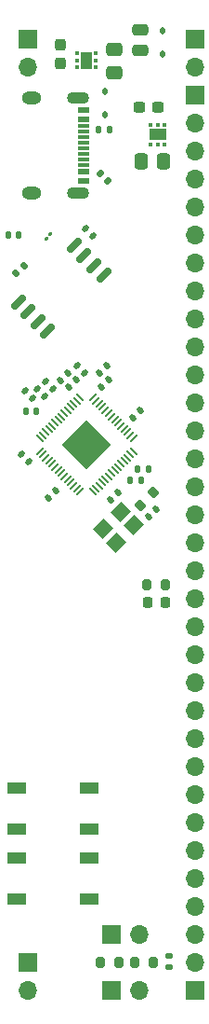
<source format=gbr>
%TF.GenerationSoftware,KiCad,Pcbnew,8.0.3*%
%TF.CreationDate,2024-07-23T11:53:19+01:00*%
%TF.ProjectId,ELI2040,454c4932-3034-4302-9e6b-696361645f70,rev?*%
%TF.SameCoordinates,Original*%
%TF.FileFunction,Soldermask,Top*%
%TF.FilePolarity,Negative*%
%FSLAX46Y46*%
G04 Gerber Fmt 4.6, Leading zero omitted, Abs format (unit mm)*
G04 Created by KiCad (PCBNEW 8.0.3) date 2024-07-23 11:53:19*
%MOMM*%
%LPD*%
G01*
G04 APERTURE LIST*
G04 Aperture macros list*
%AMRoundRect*
0 Rectangle with rounded corners*
0 $1 Rounding radius*
0 $2 $3 $4 $5 $6 $7 $8 $9 X,Y pos of 4 corners*
0 Add a 4 corners polygon primitive as box body*
4,1,4,$2,$3,$4,$5,$6,$7,$8,$9,$2,$3,0*
0 Add four circle primitives for the rounded corners*
1,1,$1+$1,$2,$3*
1,1,$1+$1,$4,$5*
1,1,$1+$1,$6,$7*
1,1,$1+$1,$8,$9*
0 Add four rect primitives between the rounded corners*
20,1,$1+$1,$2,$3,$4,$5,0*
20,1,$1+$1,$4,$5,$6,$7,0*
20,1,$1+$1,$6,$7,$8,$9,0*
20,1,$1+$1,$8,$9,$2,$3,0*%
%AMRotRect*
0 Rectangle, with rotation*
0 The origin of the aperture is its center*
0 $1 length*
0 $2 width*
0 $3 Rotation angle, in degrees counterclockwise*
0 Add horizontal line*
21,1,$1,$2,0,0,$3*%
G04 Aperture macros list end*
%ADD10RoundRect,0.140000X0.170000X-0.140000X0.170000X0.140000X-0.170000X0.140000X-0.170000X-0.140000X0*%
%ADD11R,1.700000X1.700000*%
%ADD12O,1.700000X1.700000*%
%ADD13R,1.700000X1.000000*%
%ADD14RoundRect,0.140000X-0.021213X0.219203X-0.219203X0.021213X0.021213X-0.219203X0.219203X-0.021213X0*%
%ADD15RoundRect,0.135000X-0.226274X-0.035355X-0.035355X-0.226274X0.226274X0.035355X0.035355X0.226274X0*%
%ADD16RoundRect,0.050000X-0.238649X-0.309359X0.309359X0.238649X0.238649X0.309359X-0.309359X-0.238649X0*%
%ADD17RoundRect,0.050000X0.238649X-0.309359X0.309359X-0.238649X-0.238649X0.309359X-0.309359X0.238649X0*%
%ADD18RoundRect,0.144000X0.000000X-2.059095X2.059095X0.000000X0.000000X2.059095X-2.059095X0.000000X0*%
%ADD19RoundRect,0.140000X-0.140000X-0.170000X0.140000X-0.170000X0.140000X0.170000X-0.140000X0.170000X0*%
%ADD20RoundRect,0.135000X0.035355X-0.226274X0.226274X-0.035355X-0.035355X0.226274X-0.226274X0.035355X0*%
%ADD21RoundRect,0.140000X0.219203X0.021213X0.021213X0.219203X-0.219203X-0.021213X-0.021213X-0.219203X0*%
%ADD22RoundRect,0.140000X0.140000X0.170000X-0.140000X0.170000X-0.140000X-0.170000X0.140000X-0.170000X0*%
%ADD23RoundRect,0.140000X0.021213X-0.219203X0.219203X-0.021213X-0.021213X0.219203X-0.219203X0.021213X0*%
%ADD24RoundRect,0.200000X-0.053033X0.335876X-0.335876X0.053033X0.053033X-0.335876X0.335876X-0.053033X0*%
%ADD25RoundRect,0.250000X-0.337500X-0.475000X0.337500X-0.475000X0.337500X0.475000X-0.337500X0.475000X0*%
%ADD26RoundRect,0.200000X0.200000X0.275000X-0.200000X0.275000X-0.200000X-0.275000X0.200000X-0.275000X0*%
%ADD27RoundRect,0.112500X-0.112500X0.187500X-0.112500X-0.187500X0.112500X-0.187500X0.112500X0.187500X0*%
%ADD28RoundRect,0.093750X0.106250X-0.093750X0.106250X0.093750X-0.106250X0.093750X-0.106250X-0.093750X0*%
%ADD29R,1.600000X1.000000*%
%ADD30RoundRect,0.135000X-0.135000X-0.185000X0.135000X-0.185000X0.135000X0.185000X-0.135000X0.185000X0*%
%ADD31RoundRect,0.218750X0.218750X0.256250X-0.218750X0.256250X-0.218750X-0.256250X0.218750X-0.256250X0*%
%ADD32RotRect,1.400000X1.200000X45.000000*%
%ADD33RoundRect,0.237500X0.237500X-0.300000X0.237500X0.300000X-0.237500X0.300000X-0.237500X-0.300000X0*%
%ADD34RoundRect,0.140000X-0.219203X-0.021213X-0.021213X-0.219203X0.219203X0.021213X0.021213X0.219203X0*%
%ADD35RoundRect,0.250000X0.475000X-0.337500X0.475000X0.337500X-0.475000X0.337500X-0.475000X-0.337500X0*%
%ADD36RoundRect,0.250000X0.475000X-0.250000X0.475000X0.250000X-0.475000X0.250000X-0.475000X-0.250000X0*%
%ADD37R,1.100000X0.550000*%
%ADD38R,1.100000X0.300000*%
%ADD39O,2.000000X1.100000*%
%ADD40O,1.800000X1.200000*%
%ADD41RoundRect,0.237500X-0.300000X-0.237500X0.300000X-0.237500X0.300000X0.237500X-0.300000X0.237500X0*%
%ADD42RoundRect,0.075000X0.035355X0.141421X-0.141421X-0.035355X-0.035355X-0.141421X0.141421X0.035355X0*%
%ADD43RoundRect,0.093750X0.093750X0.106250X-0.093750X0.106250X-0.093750X-0.106250X0.093750X-0.106250X0*%
%ADD44R,1.000000X1.600000*%
%ADD45RoundRect,0.200000X-0.200000X-0.275000X0.200000X-0.275000X0.200000X0.275000X-0.200000X0.275000X0*%
%ADD46RoundRect,0.150000X-0.353553X-0.565685X0.565685X0.353553X0.353553X0.565685X-0.565685X-0.353553X0*%
G04 APERTURE END LIST*
D10*
%TO.C,C6*%
X221190000Y-122320000D03*
X221190000Y-121360000D03*
%TD*%
D11*
%TO.C,J3*%
X223520000Y-43180000D03*
D12*
X223520000Y-45720000D03*
X223520000Y-48260000D03*
X223520000Y-50800000D03*
X223520000Y-53340000D03*
X223520000Y-55880000D03*
%TD*%
D13*
%TO.C,SW2*%
X207250000Y-112450000D03*
X213850000Y-112450000D03*
X207250000Y-116150000D03*
X213850000Y-116150000D03*
%TD*%
D11*
%TO.C,J1*%
X208280000Y-121920000D03*
D12*
X208280000Y-124460000D03*
%TD*%
D14*
%TO.C,C20*%
X210809411Y-79110589D03*
X210130589Y-79789411D03*
%TD*%
D15*
%TO.C,R4*%
X214879376Y-50279376D03*
X215600624Y-51000624D03*
%TD*%
D16*
%TO.C,U7*%
X209371366Y-75528711D03*
X209654209Y-75811554D03*
X209937051Y-76094396D03*
X210219894Y-76377239D03*
X210502737Y-76660082D03*
X210785579Y-76942924D03*
X211068422Y-77225767D03*
X211351265Y-77508610D03*
X211634108Y-77791453D03*
X211916950Y-78074295D03*
X212199793Y-78357138D03*
X212482636Y-78639981D03*
X212765478Y-78922823D03*
X213048321Y-79205666D03*
D17*
X214232725Y-79205666D03*
X214515568Y-78922823D03*
X214798410Y-78639981D03*
X215081253Y-78357138D03*
X215364096Y-78074295D03*
X215646938Y-77791453D03*
X215929781Y-77508610D03*
X216212624Y-77225767D03*
X216495467Y-76942924D03*
X216778309Y-76660082D03*
X217061152Y-76377239D03*
X217343995Y-76094396D03*
X217626837Y-75811554D03*
X217909680Y-75528711D03*
D16*
X217909680Y-74344307D03*
X217626837Y-74061464D03*
X217343995Y-73778622D03*
X217061152Y-73495779D03*
X216778309Y-73212936D03*
X216495467Y-72930094D03*
X216212624Y-72647251D03*
X215929781Y-72364408D03*
X215646938Y-72081565D03*
X215364096Y-71798723D03*
X215081253Y-71515880D03*
X214798410Y-71233037D03*
X214515568Y-70950195D03*
X214232725Y-70667352D03*
D17*
X213048321Y-70667352D03*
X212765478Y-70950195D03*
X212482636Y-71233037D03*
X212199793Y-71515880D03*
X211916950Y-71798723D03*
X211634108Y-72081565D03*
X211351265Y-72364408D03*
X211068422Y-72647251D03*
X210785579Y-72930094D03*
X210502737Y-73212936D03*
X210219894Y-73495779D03*
X209937051Y-73778622D03*
X209654209Y-74061464D03*
X209371366Y-74344307D03*
D18*
X213640523Y-74936509D03*
%TD*%
D19*
%TO.C,C10*%
X218320000Y-77160000D03*
X219280000Y-77160000D03*
%TD*%
D20*
%TO.C,R29*%
X207229376Y-59370624D03*
X207950624Y-58649376D03*
%TD*%
D21*
%TO.C,C18*%
X208344292Y-76463860D03*
X207665470Y-75785038D03*
%TD*%
D22*
%TO.C,C11*%
X209044330Y-71931306D03*
X208084330Y-71931306D03*
%TD*%
D23*
%TO.C,C24*%
X214960589Y-69669411D03*
X215639411Y-68990589D03*
%TD*%
D24*
%TO.C,R36*%
X219733363Y-79291637D03*
X218566637Y-80458363D03*
%TD*%
D11*
%TO.C,J8*%
X215900000Y-119380000D03*
D12*
X218440000Y-119380000D03*
%TD*%
D25*
%TO.C,C8*%
X218622500Y-49180000D03*
X220697500Y-49180000D03*
%TD*%
D26*
%TO.C,R31*%
X219710000Y-121920000D03*
X218060000Y-121920000D03*
%TD*%
D23*
%TO.C,C12*%
X212056604Y-69739274D03*
X212735426Y-69060452D03*
%TD*%
D14*
%TO.C,R22*%
X211910000Y-68410000D03*
X211231178Y-69088822D03*
%TD*%
D27*
%TO.C,D1*%
X215360000Y-42870000D03*
X215360000Y-44970000D03*
%TD*%
D28*
%TO.C,U4*%
X219465000Y-47652500D03*
X220115000Y-47652500D03*
X220765000Y-47652500D03*
X220765000Y-45877500D03*
X220115000Y-45877500D03*
X219465000Y-45877500D03*
D29*
X220115000Y-46765000D03*
%TD*%
D30*
%TO.C,R3*%
X214700000Y-46360000D03*
X215720000Y-46360000D03*
%TD*%
D26*
%TO.C,R65*%
X220825000Y-87640000D03*
X219175000Y-87640000D03*
%TD*%
D31*
%TO.C,D15*%
X220795002Y-89250000D03*
X219220000Y-89250000D03*
%TD*%
D11*
%TO.C,J5*%
X208280000Y-38085000D03*
D12*
X208280000Y-40625000D03*
%TD*%
D32*
%TO.C,Y1*%
X216371446Y-83807716D03*
X217927081Y-82252081D03*
X216725000Y-81050000D03*
X215169365Y-82605635D03*
%TD*%
D11*
%TO.C,J2*%
X223520000Y-38100000D03*
D12*
X223520000Y-40640000D03*
%TD*%
D33*
%TO.C,C1*%
X211280000Y-40317502D03*
X211280000Y-38592500D03*
%TD*%
D34*
%TO.C,C33*%
X213581178Y-55331178D03*
X214260000Y-56010000D03*
%TD*%
D21*
%TO.C,C15*%
X213458822Y-68418822D03*
X212780000Y-67740000D03*
%TD*%
D35*
%TO.C,C2*%
X216130000Y-41130000D03*
X216130000Y-39055000D03*
%TD*%
D36*
%TO.C,C3*%
X218500000Y-39150000D03*
X218500000Y-37250000D03*
%TD*%
D11*
%TO.C,J4*%
X223520000Y-124460000D03*
D12*
X223520000Y-121920000D03*
X223520000Y-119380001D03*
X223520000Y-116840000D03*
X223520000Y-114300000D03*
X223520000Y-111760000D03*
X223520000Y-109220000D03*
X223520000Y-106679999D03*
X223520000Y-104140000D03*
X223520000Y-101600000D03*
X223520000Y-99060000D03*
X223520000Y-96520001D03*
X223520000Y-93980000D03*
X223520000Y-91440000D03*
X223520000Y-88900000D03*
X223520000Y-86360001D03*
X223520000Y-83819999D03*
X223520000Y-81280000D03*
X223520000Y-78740000D03*
X223520000Y-76200000D03*
X223520000Y-73660001D03*
X223520000Y-71120000D03*
X223520000Y-68580000D03*
X223520000Y-66040000D03*
X223520000Y-63500001D03*
X223520000Y-60959999D03*
X223520000Y-58420000D03*
%TD*%
D37*
%TO.C,USB2*%
X213415000Y-44580000D03*
X213415000Y-45380000D03*
D38*
X213415000Y-46030001D03*
X213415000Y-46530000D03*
X213415001Y-47030000D03*
X213415000Y-47530000D03*
X213415000Y-48030000D03*
X213415001Y-48530000D03*
X213415000Y-49030000D03*
X213415000Y-49529999D03*
D37*
X213415000Y-50180000D03*
X213415000Y-50980000D03*
D39*
X212865000Y-43455000D03*
D40*
X208665000Y-43455000D03*
D39*
X212865000Y-52105000D03*
D40*
X208665000Y-52105000D03*
%TD*%
D23*
%TO.C,C28*%
X219321178Y-81503822D03*
X220000000Y-80825000D03*
%TD*%
D21*
%TO.C,C16*%
X208733201Y-70736294D03*
X208054379Y-70057472D03*
%TD*%
D19*
%TO.C,C4*%
X206490000Y-55860000D03*
X207450000Y-55860000D03*
%TD*%
D27*
%TO.C,D4*%
X220580000Y-37330000D03*
X220580000Y-39430000D03*
%TD*%
D41*
%TO.C,C5*%
X218427499Y-44290001D03*
X220152501Y-44290001D03*
%TD*%
D14*
%TO.C,C27*%
X216525000Y-79275000D03*
X215846178Y-79953822D03*
%TD*%
D23*
%TO.C,C37*%
X214800589Y-68399411D03*
X215479411Y-67720589D03*
%TD*%
D11*
%TO.C,J7*%
X215900000Y-124460000D03*
D12*
X218440000Y-124460000D03*
%TD*%
D34*
%TO.C,R21*%
X209878716Y-69194803D03*
X210557538Y-69873625D03*
%TD*%
D42*
%TO.C,R30*%
X210326777Y-55843223D03*
X209973223Y-56196777D03*
%TD*%
D13*
%TO.C,SW1*%
X207250000Y-106096000D03*
X213850000Y-106096000D03*
X207250000Y-109796000D03*
X213850000Y-109796000D03*
%TD*%
D43*
%TO.C,U1*%
X214517500Y-40692500D03*
X214517500Y-40042500D03*
X214517500Y-39392500D03*
X212742500Y-39392500D03*
X212742500Y-40042500D03*
X212742500Y-40692500D03*
D44*
X213630000Y-40042500D03*
%TD*%
D21*
%TO.C,C14*%
X209861037Y-70555983D03*
X209182215Y-69877161D03*
%TD*%
D45*
%TO.C,R37*%
X214940000Y-121930000D03*
X216590000Y-121930000D03*
%TD*%
D46*
%TO.C,U11*%
X207417377Y-61958546D03*
X208315403Y-62856572D03*
X209213428Y-63754597D03*
X210111454Y-64652623D03*
X215202623Y-59561454D03*
X214304597Y-58663428D03*
X213406572Y-57765403D03*
X212508546Y-56867377D03*
%TD*%
D19*
%TO.C,C21*%
X217640000Y-78160000D03*
X218600000Y-78160000D03*
%TD*%
D23*
%TO.C,C17*%
X217890000Y-72500000D03*
X218568822Y-71821178D03*
%TD*%
M02*

</source>
